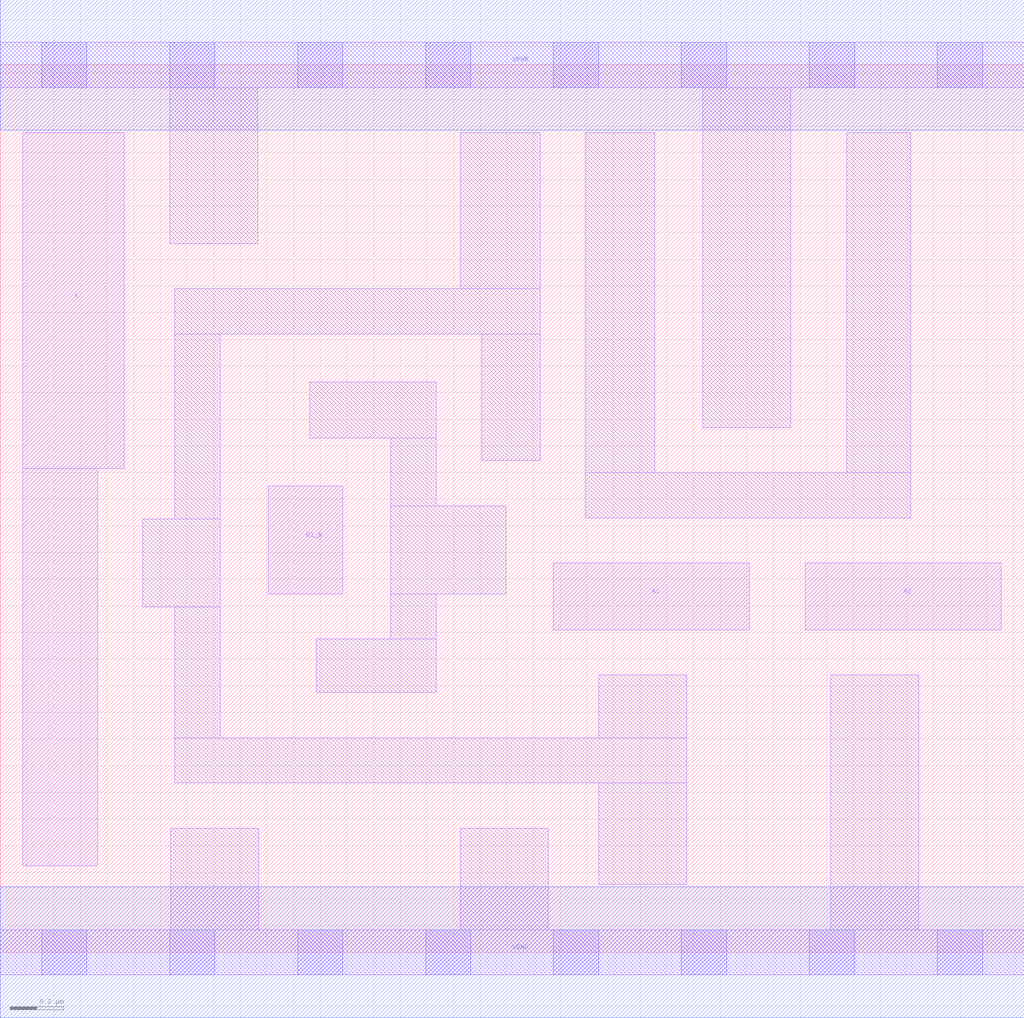
<source format=lef>
# Copyright 2020 The SkyWater PDK Authors
#
# Licensed under the Apache License, Version 2.0 (the "License");
# you may not use this file except in compliance with the License.
# You may obtain a copy of the License at
#
#     https://www.apache.org/licenses/LICENSE-2.0
#
# Unless required by applicable law or agreed to in writing, software
# distributed under the License is distributed on an "AS IS" BASIS,
# WITHOUT WARRANTIES OR CONDITIONS OF ANY KIND, either express or implied.
# See the License for the specific language governing permissions and
# limitations under the License.
#
# SPDX-License-Identifier: Apache-2.0

VERSION 5.7 ;
  NOWIREEXTENSIONATPIN ON ;
  DIVIDERCHAR "/" ;
  BUSBITCHARS "[]" ;
UNITS
  DATABASE MICRONS 200 ;
END UNITS
MACRO sky130_fd_sc_lp__a21bo_1
  CLASS CORE ;
  FOREIGN sky130_fd_sc_lp__a21bo_1 ;
  ORIGIN  0.000000  0.000000 ;
  SIZE  3.840000 BY  3.330000 ;
  SYMMETRY X Y R90 ;
  SITE unit ;
  PIN A1
    ANTENNAGATEAREA  0.315000 ;
    DIRECTION INPUT ;
    USE SIGNAL ;
    PORT
      LAYER li1 ;
        RECT 2.075000 1.210000 2.810000 1.460000 ;
    END
  END A1
  PIN A2
    ANTENNAGATEAREA  0.315000 ;
    DIRECTION INPUT ;
    USE SIGNAL ;
    PORT
      LAYER li1 ;
        RECT 3.020000 1.210000 3.755000 1.460000 ;
    END
  END A2
  PIN B1_N
    ANTENNAGATEAREA  0.126000 ;
    DIRECTION INPUT ;
    USE SIGNAL ;
    PORT
      LAYER li1 ;
        RECT 1.005000 1.345000 1.285000 1.750000 ;
    END
  END B1_N
  PIN X
    ANTENNADIFFAREA  0.556500 ;
    DIRECTION OUTPUT ;
    USE SIGNAL ;
    PORT
      LAYER li1 ;
        RECT 0.085000 0.325000 0.365000 1.815000 ;
        RECT 0.085000 1.815000 0.465000 3.075000 ;
    END
  END X
  PIN VGND
    DIRECTION INOUT ;
    USE GROUND ;
    PORT
      LAYER met1 ;
        RECT 0.000000 -0.245000 3.840000 0.245000 ;
    END
  END VGND
  PIN VPWR
    DIRECTION INOUT ;
    USE POWER ;
    PORT
      LAYER met1 ;
        RECT 0.000000 3.085000 3.840000 3.575000 ;
    END
  END VPWR
  OBS
    LAYER li1 ;
      RECT 0.000000 -0.085000 3.840000 0.085000 ;
      RECT 0.000000  3.245000 3.840000 3.415000 ;
      RECT 0.535000  1.295000 0.825000 1.625000 ;
      RECT 0.635000  2.660000 0.965000 3.245000 ;
      RECT 0.640000  0.085000 0.970000 0.465000 ;
      RECT 0.655000  0.635000 2.575000 0.805000 ;
      RECT 0.655000  0.805000 0.825000 1.295000 ;
      RECT 0.655000  1.625000 0.825000 2.320000 ;
      RECT 0.655000  2.320000 2.025000 2.490000 ;
      RECT 1.160000  1.930000 1.635000 2.140000 ;
      RECT 1.185000  0.975000 1.635000 1.175000 ;
      RECT 1.465000  1.175000 1.635000 1.345000 ;
      RECT 1.465000  1.345000 1.895000 1.675000 ;
      RECT 1.465000  1.675000 1.635000 1.930000 ;
      RECT 1.725000  0.085000 2.055000 0.465000 ;
      RECT 1.725000  2.490000 2.025000 3.075000 ;
      RECT 1.805000  1.845000 2.025000 2.320000 ;
      RECT 2.195000  1.630000 3.415000 1.800000 ;
      RECT 2.195000  1.800000 2.455000 3.075000 ;
      RECT 2.245000  0.255000 2.575000 0.635000 ;
      RECT 2.245000  0.805000 2.575000 1.040000 ;
      RECT 2.635000  1.970000 2.965000 3.245000 ;
      RECT 3.115000  0.085000 3.445000 1.040000 ;
      RECT 3.175000  1.800000 3.415000 3.075000 ;
    LAYER mcon ;
      RECT 0.155000 -0.085000 0.325000 0.085000 ;
      RECT 0.155000  3.245000 0.325000 3.415000 ;
      RECT 0.635000 -0.085000 0.805000 0.085000 ;
      RECT 0.635000  3.245000 0.805000 3.415000 ;
      RECT 1.115000 -0.085000 1.285000 0.085000 ;
      RECT 1.115000  3.245000 1.285000 3.415000 ;
      RECT 1.595000 -0.085000 1.765000 0.085000 ;
      RECT 1.595000  3.245000 1.765000 3.415000 ;
      RECT 2.075000 -0.085000 2.245000 0.085000 ;
      RECT 2.075000  3.245000 2.245000 3.415000 ;
      RECT 2.555000 -0.085000 2.725000 0.085000 ;
      RECT 2.555000  3.245000 2.725000 3.415000 ;
      RECT 3.035000 -0.085000 3.205000 0.085000 ;
      RECT 3.035000  3.245000 3.205000 3.415000 ;
      RECT 3.515000 -0.085000 3.685000 0.085000 ;
      RECT 3.515000  3.245000 3.685000 3.415000 ;
  END
END sky130_fd_sc_lp__a21bo_1
END LIBRARY

</source>
